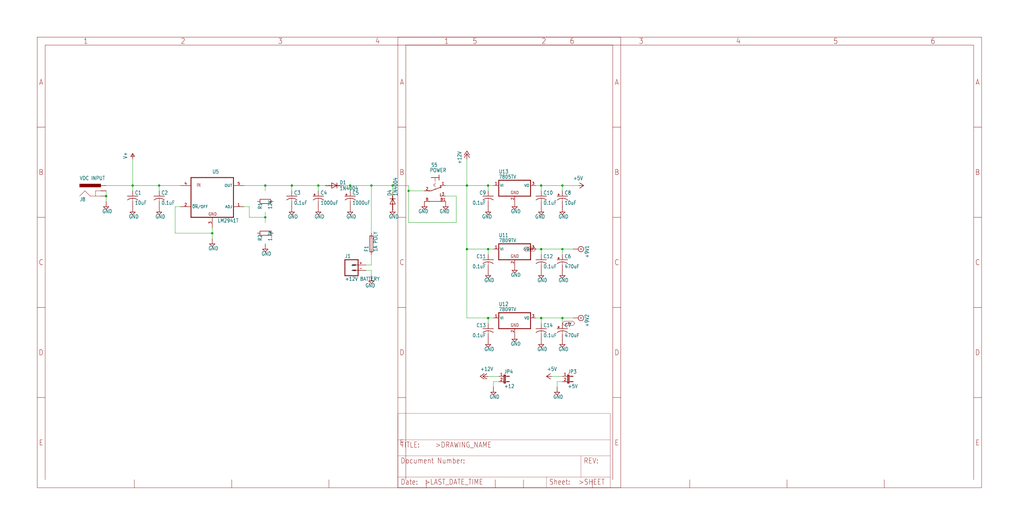
<source format=kicad_sch>
(kicad_sch (version 20211123) (generator eeschema)
  (paper "User" 490.22 254.406)
  (lib_symbols
    (symbol "Device:R" (pin_numbers hide) (pin_names (offset 0))
      (property "Reference" "R" (at 2.032 0 90))
      (property "Value" "R" (at 0 0 90))
      (symbol "R_0_1"
        (rectangle (start -1.016 -2.54) (end 1.016 2.54) (stroke (width 0.254)))
      )
      (symbol "R_1_1"
        (pin passive line (at 0 3.81 270) (length 1.27) (name "~") (number "1"))
        (pin passive line (at 0 -3.81 90) (length 1.27) (name "~") (number "2"))
      )
    )
    (symbol "mk312-eagle-import:+12V" (power)
      (property "Value" "+12V" (at -2.54 -5.08 90))
      (symbol "+12V_1_0"
        (polyline (pts (xy 0 0) (xy -1.27 -1.905)) (stroke (width 0.254)))
        (polyline (pts (xy 0 1.27) (xy -1.27 -0.635)) (stroke (width 0.254)))
        (polyline (pts (xy 1.27 -1.905) (xy 0 0)) (stroke (width 0.254)))
        (polyline (pts (xy 1.27 -0.635) (xy 0 1.27)) (stroke (width 0.254)))
        (pin power_in line (at 0 -2.54 90) (length 2.54) (name "+12V") (number "1"))
      )
    )
    (symbol "mk312-eagle-import:+5V" (power)
      (property "Value" "+5V" (at -2.54 -5.08 90))
      (symbol "+5V_1_0"
        (polyline (pts (xy 0 0) (xy -1.27 -1.905)) (stroke (width 0.254)))
        (polyline (pts (xy 1.27 -1.905) (xy 0 0)) (stroke (width 0.254)))
        (pin power_in line (at 0 -2.54 90) (length 2.54) (name "+5V") (number "1"))
      )
    )
    (symbol "mk312-eagle-import:+8V" (power)
      (property "Value" "+8V" (at -1.905 3.175 0))
      (symbol "+8V_1_0"
        (polyline (pts (xy -0.635 1.27) (xy 0.635 1.27)) (stroke (width 0.1524)))
        (polyline (pts (xy 0 0.635) (xy 0 1.905)) (stroke (width 0.1524)))
        (circle (center 0 1.27) (radius 1.27) (stroke (width 0.254)))
        (pin power_in line (at 0 -2.54 90) (length 2.54) (name "+8V") (number "1"))
      )
    )
    (symbol "mk312-eagle-import:+9V" (power)
      (property "Value" "+9V" (at -1.905 3.175 0))
      (symbol "+9V_1_0"
        (polyline (pts (xy -0.635 1.27) (xy 0.635 1.27)) (stroke (width 0.1524)))
        (polyline (pts (xy 0 0.635) (xy 0 1.905)) (stroke (width 0.1524)))
        (circle (center 0 1.27) (radius 1.27) (stroke (width 0.254)))
        (pin power_in line (at 0 -2.54 90) (length 2.54) (name "+9V") (number "1"))
      )
    )
    (symbol "mk312-eagle-import:1N4004"
      (property "Reference" "D" (at 2.54 0.4826 0))
      (property "Value" "1N4004" (at 2.54 -2.3114 0))
      (symbol "1N4004_1_0"
        (polyline (pts (xy -1.27 -1.27) (xy 1.27 0)) (stroke (width 0.254)))
        (polyline (pts (xy -1.27 1.27) (xy -1.27 -1.27)) (stroke (width 0.254)))
        (polyline (pts (xy 1.27 0) (xy -1.27 1.27)) (stroke (width 0.254)))
        (polyline (pts (xy 1.27 0) (xy 1.27 -1.27)) (stroke (width 0.254)))
        (polyline (pts (xy 1.27 1.27) (xy 1.27 0)) (stroke (width 0.254)))
        (text "SpiceOrder 1" (at -2.54 0 0) (effects (font (size 0.4064 0.3454))))
        (text "SpiceOrder 2" (at 2.54 0 0) (effects (font (size 0.4064 0.3454))))
        (pin passive line (at -2.54 0 0) (length 2.54) (name "A") (number "A"))
        (pin passive line (at 2.54 0 180) (length 2.54) (name "C") (number "C"))
      )
    )
    (symbol "mk312-eagle-import:78TV"
      (property "Reference" "IC" (at -7.62 5.715 0))
      (property "Value" "78TV" (at -7.62 3.175 0))
      (symbol "78TV_1_0"
        (polyline (pts (xy -7.62 -5.08) (xy 7.62 -5.08)) (stroke (width 0.4064)))
        (polyline (pts (xy -7.62 2.54) (xy -7.62 -5.08)) (stroke (width 0.4064)))
        (polyline (pts (xy 7.62 -5.08) (xy 7.62 2.54)) (stroke (width 0.4064)))
        (polyline (pts (xy 7.62 2.54) (xy -7.62 2.54)) (stroke (width 0.4064)))
        (text "GND" (at -2.032 -4.318 0) (effects (font (size 1.524 1.2954)) (justify left bottom)))
        (pin input line (at -10.16 0 0) (length 2.54) (name "VI") (number "1"))
        (pin passive line (at 0 -7.62 90) (length 2.54) (name "GND") (number "2"))
        (pin passive line (at 10.16 0 180) (length 2.54) (name "VO") (number "3"))
      )
    )
    (symbol "mk312-eagle-import:BATTERY_CONNDEANS"
      (property "Reference" "J" (at -2.54 3.302 0))
      (property "Value" "BATTERY_CONNDEANS" (at -2.54 -7.62 0))
      (symbol "BATTERY_CONNDEANS_1_0"
        (polyline (pts (xy -2.54 2.54) (xy -2.54 -5.08)) (stroke (width 0.4064)))
        (polyline (pts (xy -2.54 2.54) (xy 3.81 2.54)) (stroke (width 0.4064)))
        (polyline (pts (xy 1.27 -2.54) (xy 2.54 -2.54)) (stroke (width 0.6096)))
        (polyline (pts (xy 1.27 0) (xy 2.54 0)) (stroke (width 0.6096)))
        (polyline (pts (xy 3.81 -5.08) (xy -2.54 -5.08)) (stroke (width 0.4064)))
        (polyline (pts (xy 3.81 -5.08) (xy 3.81 2.54)) (stroke (width 0.4064)))
        (pin passive line (at 7.62 0 180) (length 5.08) (name "+") (number "+"))
        (pin passive line (at 7.62 -2.54 180) (length 5.08) (name "-") (number "-"))
      )
    )
    (symbol "mk312-eagle-import:C-US025-024X044"
      (property "Reference" "C" (at 1.016 0.635 0))
      (property "Value" "C-US025-024X044" (at 1.016 -4.191 0))
      (symbol "C-US025-024X044_1_0"
        (arc (start 0 -1.0161) (mid -1.302 -1.2303) (end -2.4668 -1.8504) (stroke (width 0.254)))
        (polyline (pts (xy -2.54 0) (xy 2.54 0)) (stroke (width 0.254)))
        (polyline (pts (xy 0 -1.016) (xy 0 -2.54)) (stroke (width 0.1524)))
        (arc (start 2.4892 -1.8542) (mid 1.3158 -1.2195) (end 0 -1) (stroke (width 0.254)))
        (pin passive line (at 0 2.54 270) (length 2.54) (name "1") (number "1"))
        (pin passive line (at 0 -5.08 90) (length 2.54) (name "2") (number "2"))
      )
    )
    (symbol "mk312-eagle-import:C-US050-024X044"
      (property "Reference" "C" (at 1.016 0.635 0))
      (property "Value" "C-US050-024X044" (at 1.016 -4.191 0))
      (symbol "C-US050-024X044_1_0"
        (arc (start 0 -1.0161) (mid -1.302 -1.2303) (end -2.4668 -1.8504) (stroke (width 0.254)))
        (polyline (pts (xy -2.54 0) (xy 2.54 0)) (stroke (width 0.254)))
        (polyline (pts (xy 0 -1.016) (xy 0 -2.54)) (stroke (width 0.1524)))
        (arc (start 2.4892 -1.8542) (mid 1.3158 -1.2195) (end 0 -1) (stroke (width 0.254)))
        (pin passive line (at 0 2.54 270) (length 2.54) (name "1") (number "1"))
        (pin passive line (at 0 -5.08 90) (length 2.54) (name "2") (number "2"))
      )
    )
    (symbol "mk312-eagle-import:CPOL-USE2.5-7"
      (property "Reference" "C" (at 1.016 0.635 0))
      (property "Value" "CPOL-USE2.5-7" (at 1.016 -4.191 0))
      (symbol "CPOL-USE2.5-7_1_0"
        (rectangle (start -2.253 0.668) (end -1.364 0.795) (fill (type outline)))
        (rectangle (start -1.872 0.287) (end -1.745 1.176) (fill (type outline)))
        (arc (start 0 -1.0161) (mid -1.3021 -1.2302) (end -2.4669 -1.8504) (stroke (width 0.254)))
        (polyline (pts (xy -2.54 0) (xy 2.54 0)) (stroke (width 0.254)))
        (polyline (pts (xy 0 -1.016) (xy 0 -2.54)) (stroke (width 0.1524)))
        (arc (start 2.4892 -1.8542) (mid 1.3158 -1.2195) (end 0 -1) (stroke (width 0.254)))
        (pin passive line (at 0 2.54 270) (length 2.54) (name "+") (number "+"))
        (pin passive line (at 0 -5.08 90) (length 2.54) (name "-") (number "-"))
      )
    )
    (symbol "mk312-eagle-import:CPOL-USE3.5-8"
      (property "Reference" "C" (at 1.016 0.635 0))
      (property "Value" "CPOL-USE3.5-8" (at 1.016 -4.191 0))
      (symbol "CPOL-USE3.5-8_1_0"
        (rectangle (start -2.253 0.668) (end -1.364 0.795) (fill (type outline)))
        (rectangle (start -1.872 0.287) (end -1.745 1.176) (fill (type outline)))
        (arc (start 0 -1.0161) (mid -1.3021 -1.2302) (end -2.4669 -1.8504) (stroke (width 0.254)))
        (polyline (pts (xy -2.54 0) (xy 2.54 0)) (stroke (width 0.254)))
        (polyline (pts (xy 0 -1.016) (xy 0 -2.54)) (stroke (width 0.1524)))
        (arc (start 2.4892 -1.8542) (mid 1.3158 -1.2195) (end 0 -1) (stroke (width 0.254)))
        (pin passive line (at 0 2.54 270) (length 2.54) (name "+") (number "+"))
        (pin passive line (at 0 -5.08 90) (length 2.54) (name "-") (number "-"))
      )
    )
    (symbol "mk312-eagle-import:CPOL-USE5-10.5"
      (property "Reference" "C" (at 1.016 0.635 0))
      (property "Value" "CPOL-USE5-10.5" (at 1.016 -4.191 0))
      (symbol "CPOL-USE5-10.5_1_0"
        (rectangle (start -2.253 0.668) (end -1.364 0.795) (fill (type outline)))
        (rectangle (start -1.872 0.287) (end -1.745 1.176) (fill (type outline)))
        (arc (start 0 -1.0161) (mid -1.3021 -1.2302) (end -2.4669 -1.8504) (stroke (width 0.254)))
        (polyline (pts (xy -2.54 0) (xy 2.54 0)) (stroke (width 0.254)))
        (polyline (pts (xy 0 -1.016) (xy 0 -2.54)) (stroke (width 0.1524)))
        (arc (start 2.4892 -1.8542) (mid 1.3158 -1.2195) (end 0 -1) (stroke (width 0.254)))
        (pin passive line (at 0 2.54 270) (length 2.54) (name "+") (number "+"))
        (pin passive line (at 0 -5.08 90) (length 2.54) (name "-") (number "-"))
      )
    )
    (symbol "mk312-eagle-import:FRAME_A_L"
      (symbol "FRAME_A_L_0_0"
        (polyline (pts (xy 0 43.18) (xy 3.81 43.18)))
        (polyline (pts (xy 0 86.36) (xy 3.81 86.36)))
        (polyline (pts (xy 0 129.54) (xy 3.81 129.54)))
        (polyline (pts (xy 0 172.72) (xy 3.81 172.72)))
        (polyline (pts (xy 3.81 3.81) (xy 3.81 212.09)))
        (polyline (pts (xy 46.5667 0) (xy 46.5667 3.81)))
        (polyline (pts (xy 93.1333 0) (xy 93.1333 3.81)))
        (polyline (pts (xy 139.7 0) (xy 139.7 3.81)))
        (polyline (pts (xy 186.2667 0) (xy 186.2667 3.81)))
        (polyline (pts (xy 232.8333 0) (xy 232.8333 3.81)))
        (polyline (pts (xy 275.59 3.81) (xy 275.59 212.09)))
        (polyline (pts (xy 275.59 43.18) (xy 279.4 43.18)))
        (polyline (pts (xy 275.59 86.36) (xy 279.4 86.36)))
        (polyline (pts (xy 275.59 129.54) (xy 279.4 129.54)))
        (polyline (pts (xy 275.59 172.72) (xy 279.4 172.72)))
        (polyline (pts (xy 275.59 212.09) (xy 3.81 212.09)))
        (polyline (pts (xy 0 0) (xy 279.4 0) (xy 279.4 215.9) (xy 0 215.9) (xy 0 0)))
        (text "1" (at 23.2833 213.995 0) (effects (font (size 2.54 2.286))))
        (text "2" (at 69.85 213.995 0) (effects (font (size 2.54 2.286))))
        (text "3" (at 116.4167 213.995 0) (effects (font (size 2.54 2.286))))
        (text "4" (at 162.9833 213.995 0) (effects (font (size 2.54 2.286))))
        (text "5" (at 209.55 213.995 0) (effects (font (size 2.54 2.286))))
        (text "6" (at 256.1167 213.995 0) (effects (font (size 2.54 2.286))))
        (text "A" (at 1.905 194.31 0) (effects (font (size 2.54 2.286))))
        (text "A" (at 277.495 194.31 0) (effects (font (size 2.54 2.286))))
        (text "B" (at 1.905 151.13 0) (effects (font (size 2.54 2.286))))
        (text "B" (at 277.495 151.13 0) (effects (font (size 2.54 2.286))))
        (text "C" (at 1.905 107.95 0) (effects (font (size 2.54 2.286))))
        (text "C" (at 277.495 107.95 0) (effects (font (size 2.54 2.286))))
        (text "D" (at 1.905 64.77 0) (effects (font (size 2.54 2.286))))
        (text "D" (at 277.495 64.77 0) (effects (font (size 2.54 2.286))))
        (text "E" (at 1.905 21.59 0) (effects (font (size 2.54 2.286))))
        (text "E" (at 277.495 21.59 0) (effects (font (size 2.54 2.286))))
      )
      (symbol "FRAME_A_L_2_0"
        (polyline (pts (xy 0 0) (xy 0 5.08)) (stroke (width 0.1016)))
        (polyline (pts (xy 0 0) (xy 71.12 0)) (stroke (width 0.1016)))
        (polyline (pts (xy 0 5.08) (xy 0 15.24)) (stroke (width 0.1016)))
        (polyline (pts (xy 0 5.08) (xy 71.12 5.08)) (stroke (width 0.1016)))
        (polyline (pts (xy 0 15.24) (xy 0 22.86)) (stroke (width 0.1016)))
        (polyline (pts (xy 0 22.86) (xy 0 35.56)) (stroke (width 0.1016)))
        (polyline (pts (xy 0 22.86) (xy 101.6 22.86)) (stroke (width 0.1016)))
        (polyline (pts (xy 71.12 0) (xy 101.6 0)) (stroke (width 0.1016)))
        (polyline (pts (xy 71.12 5.08) (xy 71.12 0)) (stroke (width 0.1016)))
        (polyline (pts (xy 71.12 5.08) (xy 87.63 5.08)) (stroke (width 0.1016)))
        (polyline (pts (xy 87.63 5.08) (xy 101.6 5.08)) (stroke (width 0.1016)))
        (polyline (pts (xy 87.63 15.24) (xy 0 15.24)) (stroke (width 0.1016)))
        (polyline (pts (xy 87.63 15.24) (xy 87.63 5.08)) (stroke (width 0.1016)))
        (polyline (pts (xy 101.6 5.08) (xy 101.6 0)) (stroke (width 0.1016)))
        (polyline (pts (xy 101.6 15.24) (xy 87.63 15.24)) (stroke (width 0.1016)))
        (polyline (pts (xy 101.6 15.24) (xy 101.6 5.08)) (stroke (width 0.1016)))
        (polyline (pts (xy 101.6 22.86) (xy 101.6 15.24)) (stroke (width 0.1016)))
        (polyline (pts (xy 101.6 35.56) (xy 0 35.56)) (stroke (width 0.1016)))
        (polyline (pts (xy 101.6 35.56) (xy 101.6 22.86)) (stroke (width 0.1016)))
        (text ">DRAWING_NAME" (at 17.78 19.05 0) (effects (font (size 2.54 2.159)) (justify left bottom)))
        (text ">LAST_DATE_TIME" (at 12.7 1.27 0) (effects (font (size 2.54 2.159)) (justify left bottom)))
        (text ">SHEET" (at 86.36 1.27 0) (effects (font (size 2.54 2.159)) (justify left bottom)))
        (text "Date:" (at 1.27 1.27 0) (effects (font (size 2.54 2.159)) (justify left bottom)))
        (text "Document Number:" (at 1.27 11.43 0) (effects (font (size 2.54 2.159)) (justify left bottom)))
        (text "REV:" (at 88.9 11.43 0) (effects (font (size 2.54 2.159)) (justify left bottom)))
        (text "Sheet:" (at 72.39 1.27 0) (effects (font (size 2.54 2.159)) (justify left bottom)))
        (text "TITLE:" (at 1.27 19.05 0) (effects (font (size 2.54 2.159)) (justify left bottom)))
      )
    )
    (symbol "mk312-eagle-import:GND" (power)
      (property "Value" "GND" (at -1.905 -3.175 0))
      (symbol "GND_1_0"
        (polyline (pts (xy -1.27 0) (xy 1.27 0)) (stroke (width 0.254)))
        (polyline (pts (xy 0 -1.27) (xy -1.27 0)) (stroke (width 0.254)))
        (polyline (pts (xy 1.27 0) (xy 0 -1.27)) (stroke (width 0.254)))
        (pin power_in line (at 0 2.54 270) (length 2.54) (name "GND") (number "1"))
      )
    )
    (symbol "mk312-eagle-import:JP1E"
      (property "Reference" "JP" (at -1.27 0 90))
      (property "Value" "JP1E" (at 5.715 0 90))
      (symbol "JP1E_1_0"
        (polyline (pts (xy -0.635 0) (xy 3.175 0)) (stroke (width 0.4064)))
        (polyline (pts (xy -0.635 0.635) (xy -0.635 0)) (stroke (width 0.4064)))
        (polyline (pts (xy 0 0) (xy 0 1.27)) (stroke (width 0.1524)))
        (polyline (pts (xy 0 2.54) (xy 0 1.27)) (stroke (width 0.4064)))
        (polyline (pts (xy 2.54 0) (xy 2.54 1.27)) (stroke (width 0.1524)))
        (polyline (pts (xy 2.54 2.54) (xy 2.54 1.27)) (stroke (width 0.4064)))
        (polyline (pts (xy 3.175 0) (xy 3.175 0.635)) (stroke (width 0.4064)))
        (polyline (pts (xy 3.175 0.635) (xy -0.635 0.635)) (stroke (width 0.4064)))
        (pin passive line (at 0 -2.54 90) (length 2.54) (name "1") (number "1"))
        (pin passive line (at 2.54 -2.54 90) (length 2.54) (name "2") (number "2"))
      )
    )
    (symbol "mk312-eagle-import:LITTLEFUSE"
      (property "Reference" "F" (at -3.81 1.397 0))
      (property "Value" "LITTLEFUSE" (at -3.81 -2.921 0))
      (symbol "LITTLEFUSE_1_0"
        (polyline (pts (xy -3.81 -0.762) (xy 3.81 -0.762)) (stroke (width 0.254)))
        (polyline (pts (xy -3.81 0.762) (xy -3.81 -0.762)) (stroke (width 0.254)))
        (polyline (pts (xy -2.54 0) (xy 2.54 0)) (stroke (width 0.1524)))
        (polyline (pts (xy 3.81 -0.762) (xy 3.81 0.762)) (stroke (width 0.254)))
        (polyline (pts (xy 3.81 0.762) (xy -3.81 0.762)) (stroke (width 0.254)))
        (pin passive line (at -5.08 0 0) (length 2.54) (name "1") (number "1"))
        (pin passive line (at 5.08 0 180) (length 2.54) (name "2") (number "2"))
      )
    )
    (symbol "mk312-eagle-import:LM2941T"
      (property "Reference" "U" (at 0 10.795 0))
      (property "Value" "LM2941T" (at 2.54 -12.7 0))
      (symbol "LM2941T_1_0"
        (polyline (pts (xy -10.16 -10.16) (xy -10.16 8.89)) (stroke (width 0.4064)))
        (polyline (pts (xy -10.16 8.89) (xy 10.16 8.89)) (stroke (width 0.4064)))
        (polyline (pts (xy 10.16 -10.16) (xy -10.16 -10.16)) (stroke (width 0.4064)))
        (polyline (pts (xy 10.16 8.89) (xy 10.16 -10.16)) (stroke (width 0.4064)))
        (text "GND" (at -1.905 -9.525 0) (effects (font (size 1.524 1.2954)) (justify left bottom)))
        (text "IN" (at -7.62 4.445 0) (effects (font (size 1.524 1.2954)) (justify left bottom)))
        (pin passive line (at 15.24 -5.08 180) (length 5.08) (name "ADJ") (number "1"))
        (pin input line (at -15.24 -5.08 0) (length 5.08) (name "~{ON}/OFF") (number "2"))
        (pin power_in line (at 0 -15.24 90) (length 5.08) (name "GND") (number "3"))
        (pin passive line (at -15.24 5.08 0) (length 5.08) (name "IN") (number "4"))
        (pin passive line (at 15.24 5.08 180) (length 5.08) (name "OUT") (number "5"))
      )
    )
    (symbol "mk312-eagle-import:LPV-1"
      (property "Reference" "S" (at -6.35 -1.905 90))
      (property "Value" "LPV-1" (at -3.81 2.54 90))
      (symbol "LPV-1_1_0"
        (polyline (pts (xy -5.08 1.905) (xy -3.81 1.905)) (stroke (width 0.254)))
        (polyline (pts (xy -3.81 0) (xy -3.81 -1.905)) (stroke (width 0.254)))
        (polyline (pts (xy -3.81 0) (xy -1.905 0)) (stroke (width 0.1524)))
        (polyline (pts (xy -3.81 1.905) (xy -3.81 0)) (stroke (width 0.254)))
        (polyline (pts (xy -3.81 1.905) (xy -2.54 1.905)) (stroke (width 0.254)))
        (polyline (pts (xy -1.27 0) (xy -0.762 0)) (stroke (width 0.1524)))
        (polyline (pts (xy -0.762 0) (xy -0.254 -0.762)) (stroke (width 0.1524)))
        (polyline (pts (xy -0.254 -0.762) (xy 0.254 0)) (stroke (width 0.1524)))
        (polyline (pts (xy 0 2.54) (xy 0 3.175)) (stroke (width 0.254)))
        (polyline (pts (xy 0 2.54) (xy 1.27 2.54)) (stroke (width 0.254)))
        (polyline (pts (xy 0.254 0) (xy 0.635 0)) (stroke (width 0.1524)))
        (polyline (pts (xy 1.27 0) (xy 1.905 0)) (stroke (width 0.1524)))
        (polyline (pts (xy 2.54 -3.175) (xy 2.54 -1.905)) (stroke (width 0.254)))
        (polyline (pts (xy 2.54 -1.905) (xy 0.635 3.175)) (stroke (width 0.254)))
        (polyline (pts (xy 3.81 2.54) (xy 5.08 2.54)) (stroke (width 0.254)))
        (polyline (pts (xy 5.08 2.54) (xy 5.08 3.175)) (stroke (width 0.254)))
        (polyline (pts (xy 7.62 -3.175) (xy 7.62 3.175)) (stroke (width 0.254)))
        (pin passive line (at 0 5.08 270) (length 2.54) (name "O") (number "1"))
        (pin passive line (at 2.54 -5.08 90) (length 2.54) (name "P") (number "2"))
        (pin passive line (at 5.08 5.08 270) (length 2.54) (name "S") (number "3"))
        (pin passive line (at 7.62 -5.08 90) (length 2.54) (name "B") (number "B"))
        (pin passive line (at 7.62 5.08 270) (length 2.54) (name "B1") (number "B1"))
      )
    )
    (symbol "mk312-eagle-import:POWER_JACKSLT"
      (property "Reference" "JP" (at -10.16 0 0))
      (property "Value" "POWER_JACKSLT" (at -10.16 10.16 0))
      (symbol "POWER_JACKSLT_1_0"
        (rectangle (start -10.16 6.858) (end 0 8.382) (fill (type outline)))
        (polyline (pts (xy -10.16 2.54) (xy -7.62 5.08)) (stroke (width 0.1524)))
        (polyline (pts (xy -7.62 5.08) (xy -5.08 2.54)) (stroke (width 0.1524)))
        (polyline (pts (xy -5.08 2.54) (xy -2.54 2.54)) (stroke (width 0.1524)))
        (polyline (pts (xy -2.54 2.54) (xy -2.54 5.08)) (stroke (width 0.1524)))
        (polyline (pts (xy -2.54 2.54) (xy 0 2.54)) (stroke (width 0.1524)))
        (polyline (pts (xy -2.54 5.08) (xy 0 5.08)) (stroke (width 0.1524)))
        (pin bidirectional line (at 2.54 5.08 180) (length 2.54) (name "GNDBREAK") (number "GND@1"))
        (pin bidirectional line (at 2.54 2.54 180) (length 2.54) (name "GND") (number "GND@2"))
        (pin bidirectional line (at 2.54 7.62 180) (length 2.54) (name "PWR") (number "PWR"))
      )
    )
    (symbol "mk312-eagle-import:V+" (power)
      (property "Value" "V+" (at -2.54 -2.54 90))
      (symbol "V+_1_0"
        (polyline (pts (xy -0.889 -1.27) (xy 0.889 -1.27)) (stroke (width 0.254)))
        (polyline (pts (xy 0 0.127) (xy -0.889 -1.27)) (stroke (width 0.254)))
        (polyline (pts (xy 0.889 -1.27) (xy 0 0.127)) (stroke (width 0.254)))
        (pin power_in line (at 0 -2.54 90) (length 2.54) (name "V+") (number "1"))
      )
    )
  )
  (junction (at 50.8 93.98))
  (junction (at 139.7 88.9))
  (junction (at 233.68 152.4))
  (junction (at 259.08 119.38))
  (junction (at 127 104.14))
  (junction (at 177.8 88.9))
  (junction (at 167.64 88.9))
  (junction (at 223.52 119.38))
  (junction (at 233.68 119.38))
  (junction (at 152.4 88.9))
  (junction (at 259.08 152.4))
  (junction (at 269.24 152.4))
  (junction (at 127 88.9))
  (junction (at 195.58 91.44))
  (junction (at 269.24 88.9))
  (junction (at 187.96 88.9))
  (junction (at 76.2 88.9))
  (junction (at 259.08 88.9))
  (junction (at 223.52 88.9))
  (junction (at 63.5 88.9))
  (junction (at 233.68 88.9))
  (junction (at 269.24 119.38))
  (junction (at 101.6 111.76))
  (wire (pts (xy 259.08 91.44) (xy 259.08 88.9)))
  (wire (pts (xy 127 88.9) (xy 139.7 88.9)))
  (wire (pts (xy 213.36 88.9) (xy 223.52 88.9)))
  (wire (pts (xy 259.08 121.92) (xy 259.08 119.38)))
  (wire (pts (xy 86.36 99.06) (xy 83.82 99.06)))
  (wire (pts (xy 101.6 114.3) (xy 101.6 111.76)))
  (wire (pts (xy 238.76 180.34) (xy 233.68 180.34)))
  (wire (pts (xy 259.08 154.94) (xy 259.08 152.4)))
  (wire (pts (xy 152.4 88.9) (xy 157.48 88.9)))
  (wire (pts (xy 233.68 91.44) (xy 233.68 88.9)))
  (wire (pts (xy 63.5 88.9) (xy 50.8 88.9)))
  (wire (pts (xy 269.24 91.44) (xy 269.24 88.9)))
  (wire (pts (xy 223.52 76.2) (xy 223.52 88.9)))
  (wire (pts (xy 177.8 132.08) (xy 177.8 129.54)))
  (wire (pts (xy 127 104.14) (xy 127 106.68)))
  (wire (pts (xy 139.7 88.9) (xy 152.4 88.9)))
  (wire (pts (xy 233.68 119.38) (xy 223.52 119.38)))
  (wire (pts (xy 127 88.9) (xy 127 91.44)))
  (wire (pts (xy 203.2 91.44) (xy 195.58 91.44)))
  (wire (pts (xy 269.24 88.9) (xy 276.86 88.9)))
  (wire (pts (xy 177.8 127) (xy 177.8 121.92)))
  (wire (pts (xy 175.26 129.54) (xy 177.8 129.54)))
  (wire (pts (xy 76.2 88.9) (xy 63.5 88.9)))
  (wire (pts (xy 269.24 119.38) (xy 274.32 119.38)))
  (wire (pts (xy 162.56 88.9) (xy 167.64 88.9)))
  (wire (pts (xy 218.44 93.98) (xy 218.44 106.68)))
  (wire (pts (xy 218.44 106.68) (xy 195.58 106.68)))
  (wire (pts (xy 63.5 91.44) (xy 63.5 88.9)))
  (wire (pts (xy 259.08 88.9) (xy 269.24 88.9)))
  (wire (pts (xy 177.8 111.76) (xy 177.8 88.9)))
  (wire (pts (xy 50.8 91.44) (xy 50.8 93.98)))
  (wire (pts (xy 256.54 152.4) (xy 259.08 152.4)))
  (wire (pts (xy 264.16 180.34) (xy 269.24 180.34)))
  (wire (pts (xy 233.68 152.4) (xy 236.22 152.4)))
  (wire (pts (xy 86.36 88.9) (xy 76.2 88.9)))
  (wire (pts (xy 167.64 88.9) (xy 177.8 88.9)))
  (wire (pts (xy 139.7 91.44) (xy 139.7 88.9)))
  (wire (pts (xy 274.32 152.4) (xy 269.24 152.4)))
  (wire (pts (xy 223.52 119.38) (xy 223.52 152.4)))
  (wire (pts (xy 269.24 121.92) (xy 269.24 119.38)))
  (wire (pts (xy 266.7 185.42) (xy 266.7 182.88)))
  (wire (pts (xy 127 101.6) (xy 127 104.14)))
  (wire (pts (xy 236.22 119.38) (xy 233.68 119.38)))
  (wire (pts (xy 175.26 127) (xy 177.8 127)))
  (wire (pts (xy 83.82 99.06) (xy 83.82 111.76)))
  (wire (pts (xy 187.96 88.9) (xy 177.8 88.9)))
  (wire (pts (xy 256.54 119.38) (xy 259.08 119.38)))
  (wire (pts (xy 76.2 91.44) (xy 76.2 88.9)))
  (wire (pts (xy 223.52 152.4) (xy 233.68 152.4)))
  (wire (pts (xy 269.24 154.94) (xy 269.24 152.4)))
  (wire (pts (xy 236.22 88.9) (xy 233.68 88.9)))
  (wire (pts (xy 50.8 93.98) (xy 50.8 96.52)))
  (wire (pts (xy 167.64 91.44) (xy 167.64 88.9)))
  (wire (pts (xy 195.58 106.68) (xy 195.58 91.44)))
  (wire (pts (xy 195.58 91.44) (xy 195.58 88.9)))
  (wire (pts (xy 213.36 93.98) (xy 218.44 93.98)))
  (wire (pts (xy 233.68 88.9) (xy 223.52 88.9)))
  (wire (pts (xy 259.08 119.38) (xy 269.24 119.38)))
  (wire (pts (xy 233.68 154.94) (xy 233.68 152.4)))
  (wire (pts (xy 119.38 99.06) (xy 119.38 104.14)))
  (wire (pts (xy 256.54 88.9) (xy 259.08 88.9)))
  (wire (pts (xy 233.68 121.92) (xy 233.68 119.38)))
  (wire (pts (xy 269.24 152.4) (xy 259.08 152.4)))
  (wire (pts (xy 266.7 182.88) (xy 269.24 182.88)))
  (wire (pts (xy 83.82 111.76) (xy 101.6 111.76)))
  (wire (pts (xy 187.96 93.98) (xy 187.96 88.9)))
  (wire (pts (xy 119.38 104.14) (xy 127 104.14)))
  (wire (pts (xy 195.58 88.9) (xy 187.96 88.9)))
  (wire (pts (xy 63.5 76.2) (xy 63.5 88.9)))
  (wire (pts (xy 101.6 111.76) (xy 101.6 109.22)))
  (wire (pts (xy 116.84 99.06) (xy 119.38 99.06)))
  (wire (pts (xy 238.76 182.88) (xy 236.22 182.88)))
  (wire (pts (xy 152.4 88.9) (xy 152.4 91.44)))
  (wire (pts (xy 223.52 88.9) (xy 223.52 119.38)))
  (wire (pts (xy 116.84 88.9) (xy 127 88.9)))
  (wire (pts (xy 236.22 182.88) (xy 236.22 185.42)))
  (global_label "+9V" (shape bidirectional) (at 269.24 154.94 0) (effects (font (size 1.016 1.016))) (property "Intersheet References" "${INTERSHEET_REFS}" (effects hide)))
  (global_label "+8V" (shape bidirectional) (at 256.54 119.38 180) (effects (font (size 1.016 1.016))) (property "Intersheet References" "${INTERSHEET_REFS}" (effects hide)))
  (symbol (lib_id "mk312-eagle-import:GND") (at 101.6 116.84 0) (unit 1)
    (property "Reference" "#GND047" (effects hide))
    (property "Value" "GND" (at 99.695 120.015 0) (effects (font (size 1.778 1.5113)) (justify left bottom)))
    (property "Footprint" "mk312:" (effects hide))
  )
  (symbol (lib_id "mk312-eagle-import:GND") (at 63.5 101.6 0) (unit 1)
    (property "Reference" "#GND041" (effects hide))
    (property "Value" "GND" (at 61.595 104.775 0) (effects (font (size 1.778 1.5113)) (justify left bottom)))
    (property "Footprint" "mk312:" (effects hide))
  )
  (symbol (lib_id "mk312-eagle-import:GND") (at 127 119.38 0) (unit 1)
    (property "Reference" "#GND020" (effects hide))
    (property "Value" "GND" (at 125.095 122.555 0) (effects (font (size 1.778 1.5113)) (justify left bottom)))
    (property "Footprint" "mk312:" (effects hide))
  )
  (symbol (lib_id "mk312-eagle-import:V+") (at 63.5 73.66 0) (unit 1)
    (property "Reference" "#P+015" (effects hide))
    (property "Value" "V+" (at 60.96 76.2 90) (effects (font (size 1.778 1.5113)) (justify left bottom)))
    (property "Footprint" "mk312:" (effects hide))
  )
  (symbol (lib_id "mk312-eagle-import:BATTERY_CONNDEANS") (at 167.64 127 0) (unit 1)
    (property "Reference" "J1" (at 165.1 123.698 0) (effects (font (size 1.778 1.5113)) (justify left bottom)))
    (property "Value" "+12V BATTERY" (at 165.1 134.62 0) (effects (font (size 1.778 1.5113)) (justify left bottom)))
    (property "Footprint" "mk312:DEANS" (effects hide))
  )
  (symbol (lib_id "mk312-eagle-import:GND") (at 266.7 187.96 0) (unit 1)
    (property "Reference" "#GND095" (effects hide))
    (property "Value" "GND" (at 264.795 191.135 0) (effects (font (size 1.778 1.5113)) (justify left bottom)))
    (property "Footprint" "mk312:" (effects hide))
  )
  (symbol (lib_id "mk312-eagle-import:1N4004") (at 160.02 88.9 0) (unit 1)
    (property "Reference" "D1" (at 162.56 88.4174 0) (effects (font (size 1.778 1.5113)) (justify left bottom)))
    (property "Value" "1N4004" (at 162.56 91.2114 0) (effects (font (size 1.778 1.5113)) (justify left bottom)))
    (property "Footprint" "mk312:DO41-10" (effects hide))
  )
  (symbol (lib_id "mk312-eagle-import:CPOL-USE3.5-8") (at 269.24 157.48 0) (unit 1)
    (property "Reference" "C7" (at 270.256 156.845 0) (effects (font (size 1.778 1.5113)) (justify left bottom)))
    (property "Value" "470uF" (at 270.256 161.671 0) (effects (font (size 1.778 1.5113)) (justify left bottom)))
    (property "Footprint" "mk312:E3,5-8" (effects hide))
  )
  (symbol (lib_id "mk312-eagle-import:GND") (at 259.08 101.6 0) (mirror y) (unit 1)
    (property "Reference" "#GND054" (effects hide))
    (property "Value" "GND" (at 260.985 104.775 0) (effects (font (size 1.778 1.5113)) (justify left bottom)))
    (property "Footprint" "mk312:" (effects hide))
  )
  (symbol (lib_id "mk312-eagle-import:GND") (at 236.22 187.96 0) (unit 1)
    (property "Reference" "#GND096" (effects hide))
    (property "Value" "GND" (at 234.315 191.135 0) (effects (font (size 1.778 1.5113)) (justify left bottom)))
    (property "Footprint" "mk312:" (effects hide))
  )
  (symbol (lib_id "mk312-eagle-import:GND") (at 259.08 165.1 0) (unit 1)
    (property "Reference" "#GND058" (effects hide))
    (property "Value" "GND" (at 257.175 168.275 0) (effects (font (size 1.778 1.5113)) (justify left bottom)))
    (property "Footprint" "mk312:" (effects hide))
  )
  (symbol (lib_id "mk312-eagle-import:LPV-1") (at 208.28 88.9 270) (unit 1)
    (property "Reference" "S5" (at 206.375 80.01 90) (effects (font (size 1.778 1.5113)) (justify left bottom)))
    (property "Value" "POWER" (at 205.74 82.55 90) (effects (font (size 1.778 1.5113)) (justify left bottom)))
    (property "Footprint" "mk312:LPV-1" (effects hide))
  )
  (symbol (lib_id "mk312-eagle-import:CPOL-USE5-10.5") (at 152.4 93.98 0) (unit 1)
    (property "Reference" "C4" (at 153.416 93.345 0) (effects (font (size 1.778 1.5113)) (justify left bottom)))
    (property "Value" "1000uF" (at 153.416 98.171 0) (effects (font (size 1.778 1.5113)) (justify left bottom)))
    (property "Footprint" "mk312:E5-10,5" (effects hide))
  )
  (symbol (lib_id "mk312-eagle-import:GND") (at 203.2 99.06 0) (mirror y) (unit 1)
    (property "Reference" "#GND060" (effects hide))
    (property "Value" "GND" (at 205.105 102.235 0) (effects (font (size 1.778 1.5113)) (justify left bottom)))
    (property "Footprint" "mk312:" (effects hide))
  )
  (symbol (lib_id "mk312-eagle-import:GND") (at 177.8 134.62 0) (mirror y) (unit 1)
    (property "Reference" "#GND023" (effects hide))
    (property "Value" "GND" (at 179.705 137.795 0) (effects (font (size 1.778 1.5113)) (justify left bottom)))
    (property "Footprint" "mk312:" (effects hide))
  )
  (symbol (lib_id "mk312-eagle-import:+12V") (at 223.52 73.66 0) (unit 1)
    (property "Reference" "#P+02" (effects hide))
    (property "Value" "+12V" (at 220.98 78.74 90) (effects (font (size 1.778 1.5113)) (justify left bottom)))
    (property "Footprint" "mk312:" (effects hide))
  )
  (symbol (lib_id "mk312-eagle-import:GND") (at 259.08 132.08 0) (unit 1)
    (property "Reference" "#GND055" (effects hide))
    (property "Value" "GND" (at 257.175 135.255 0) (effects (font (size 1.778 1.5113)) (justify left bottom)))
    (property "Footprint" "mk312:" (effects hide))
  )
  (symbol (lib_id "mk312-eagle-import:LITTLEFUSE") (at 177.8 116.84 90) (unit 1)
    (property "Reference" "F1" (at 176.403 120.65 0) (effects (font (size 1.778 1.5113)) (justify left bottom)))
    (property "Value" "1A POLY" (at 180.721 120.65 0) (effects (font (size 1.778 1.5113)) (justify left bottom)))
    (property "Footprint" "mk312:LITTLEFUSE" (effects hide))
  )
  (symbol (lib_id "mk312-eagle-import:GND") (at 213.36 99.06 0) (mirror y) (unit 1)
    (property "Reference" "#GND061" (effects hide))
    (property "Value" "GND" (at 215.265 102.235 0) (effects (font (size 1.778 1.5113)) (justify left bottom)))
    (property "Footprint" "mk312:" (effects hide))
  )
  (symbol (lib_id "mk312-eagle-import:C-US025-024X044") (at 76.2 93.98 0) (unit 1)
    (property "Reference" "C2" (at 77.216 93.345 0) (effects (font (size 1.778 1.5113)) (justify left bottom)))
    (property "Value" "0.1uF" (at 77.216 98.171 0) (effects (font (size 1.778 1.5113)) (justify left bottom)))
    (property "Footprint" "mk312:C025-024X044" (effects hide))
  )
  (symbol (lib_id "mk312-eagle-import:GND") (at 233.68 101.6 0) (mirror y) (unit 1)
    (property "Reference" "#GND053" (effects hide))
    (property "Value" "GND" (at 235.585 104.775 0) (effects (font (size 1.778 1.5113)) (justify left bottom)))
    (property "Footprint" "mk312:" (effects hide))
  )
  (symbol (lib_id "mk312-eagle-import:GND") (at 139.7 101.6 0) (unit 1)
    (property "Reference" "#GND051" (effects hide))
    (property "Value" "GND" (at 137.795 104.775 0) (effects (font (size 1.778 1.5113)) (justify left bottom)))
    (property "Footprint" "mk312:" (effects hide))
  )
  (symbol (lib_id "mk312-eagle-import:POWER_JACKSLT") (at 48.26 96.52 0) (unit 1)
    (property "Reference" "J8" (at 38.1 96.52 0) (effects (font (size 1.778 1.5113)) (justify left bottom)))
    (property "Value" "VDC INPUT" (at 38.1 86.36 0) (effects (font (size 1.778 1.5113)) (justify left bottom)))
    (property "Footprint" "mk312:POWER_JACK_SLOT" (effects hide))
  )
  (symbol (lib_id "mk312-eagle-import:C-US025-024X044") (at 259.08 93.98 0) (unit 1)
    (property "Reference" "C10" (at 260.096 93.345 0) (effects (font (size 1.778 1.5113)) (justify left bottom)))
    (property "Value" "0.1uF" (at 260.096 98.171 0) (effects (font (size 1.778 1.5113)) (justify left bottom)))
    (property "Footprint" "mk312:C025-024X044" (effects hide))
  )
  (symbol (lib_id "mk312-eagle-import:+8V") (at 276.86 119.38 270) (unit 1)
    (property "Reference" "#SUPPLY03" (effects hide))
    (property "Value" "+9V1" (at 280.035 117.475 0) (effects (font (size 1.778 1.5113)) (justify left bottom)))
    (property "Footprint" "mk312:" (effects hide))
  )
  (symbol (lib_id "Device:R") (at 127 96.52 90) (unit 1)
    (property "Reference" "R1" (at 125.5014 100.33 0) (effects (font (size 1.778 1.5113)) (justify left bottom)))
    (property "Value" "12K" (at 130.302 100.33 0) (effects (font (size 1.778 1.5113)) (justify left bottom)))
    (property "Footprint" "mk312:0207_10" (effects hide))
  )
  (symbol (lib_id "mk312-eagle-import:CPOL-USE2.5-7") (at 269.24 93.98 0) (unit 1)
    (property "Reference" "C8" (at 270.256 93.345 0) (effects (font (size 1.778 1.5113)) (justify left bottom)))
    (property "Value" "10uF" (at 270.256 98.171 0) (effects (font (size 1.778 1.5113)) (justify left bottom)))
    (property "Footprint" "mk312:E2,5-7" (effects hide))
  )
  (symbol (lib_id "mk312-eagle-import:GND") (at 50.8 99.06 0) (unit 1)
    (property "Reference" "#GND040" (effects hide))
    (property "Value" "GND" (at 48.895 102.235 0) (effects (font (size 1.778 1.5113)) (justify left bottom)))
    (property "Footprint" "mk312:" (effects hide))
  )
  (symbol (lib_id "mk312-eagle-import:GND") (at 167.64 101.6 0) (unit 1)
    (property "Reference" "#GND019" (effects hide))
    (property "Value" "GND" (at 165.735 104.775 0) (effects (font (size 1.778 1.5113)) (justify left bottom)))
    (property "Footprint" "mk312:" (effects hide))
  )
  (symbol (lib_id "mk312-eagle-import:FRAME_A_L") (at 17.78 233.68 0) (unit 1)
    (property "Reference" "#FRAME3" (effects hide))
    (property "Value" "FRAME_A_L" (effects hide))
    (property "Footprint" "mk312:" (effects hide))
  )
  (symbol (lib_id "mk312-eagle-import:JP1E") (at 241.3 180.34 270) (unit 1)
    (property "Reference" "JP4" (at 241.3 179.07 90) (effects (font (size 1.778 1.5113)) (justify left bottom)))
    (property "Value" "+12" (at 241.3 186.055 90) (effects (font (size 1.778 1.5113)) (justify left bottom)))
    (property "Footprint" "mk312:JP1" (effects hide))
  )
  (symbol (lib_id "mk312-eagle-import:78TV") (at 246.38 88.9 0) (unit 1)
    (property "Reference" "U13" (at 238.76 83.185 0) (effects (font (size 1.778 1.5113)) (justify left bottom)))
    (property "Value" "7805TV" (at 238.76 85.725 0) (effects (font (size 1.778 1.5113)) (justify left bottom)))
    (property "Footprint" "mk312:TO220V" (effects hide))
  )
  (symbol (lib_id "mk312-eagle-import:C-US050-024X044") (at 63.5 93.98 0) (unit 1)
    (property "Reference" "C1" (at 64.516 93.345 0) (effects (font (size 1.778 1.5113)) (justify left bottom)))
    (property "Value" "10uF" (at 64.516 98.171 0) (effects (font (size 1.778 1.5113)) (justify left bottom)))
    (property "Footprint" "mk312:C050-024X044" (effects hide))
  )
  (symbol (lib_id "mk312-eagle-import:+12V") (at 231.14 180.34 90) (mirror x) (unit 1)
    (property "Reference" "#P+020" (effects hide))
    (property "Value" "+12V" (at 236.22 177.8 90) (effects (font (size 1.778 1.5113)) (justify left bottom)))
    (property "Footprint" "mk312:" (effects hide))
  )
  (symbol (lib_id "mk312-eagle-import:FRAME_A_L") (at 190.5 233.68 0) (unit 2)
    (property "Reference" "#FRAME3" (effects hide))
    (property "Value" "FRAME_A_L" (effects hide))
    (property "Footprint" "mk312:" (effects hide))
  )
  (symbol (lib_id "mk312-eagle-import:+5V") (at 279.4 88.9 270) (unit 1)
    (property "Reference" "#P+01" (effects hide))
    (property "Value" "+5V" (at 274.32 86.36 90) (effects (font (size 1.778 1.5113)) (justify left bottom)))
    (property "Footprint" "mk312:" (effects hide))
  )
  (symbol (lib_id "mk312-eagle-import:GND") (at 233.68 165.1 0) (unit 1)
    (property "Reference" "#GND057" (effects hide))
    (property "Value" "GND" (at 231.775 168.275 0) (effects (font (size 1.778 1.5113)) (justify left bottom)))
    (property "Footprint" "mk312:" (effects hide))
  )
  (symbol (lib_id "mk312-eagle-import:1N4004") (at 187.96 96.52 90) (unit 1)
    (property "Reference" "D4" (at 187.4774 93.98 0) (effects (font (size 1.778 1.5113)) (justify left bottom)))
    (property "Value" "1N4004" (at 190.2714 93.98 0) (effects (font (size 1.778 1.5113)) (justify left bottom)))
    (property "Footprint" "mk312:DO41-10" (effects hide))
  )
  (symbol (lib_id "mk312-eagle-import:78TV") (at 246.38 152.4 0) (unit 1)
    (property "Reference" "U12" (at 238.76 146.685 0) (effects (font (size 1.778 1.5113)) (justify left bottom)))
    (property "Value" "7809TV" (at 238.76 149.225 0) (effects (font (size 1.778 1.5113)) (justify left bottom)))
    (property "Footprint" "mk312:TO220V" (effects hide))
  )
  (symbol (lib_id "mk312-eagle-import:C-US025-024X044") (at 139.7 93.98 0) (unit 1)
    (property "Reference" "C3" (at 140.716 93.345 0) (effects (font (size 1.778 1.5113)) (justify left bottom)))
    (property "Value" "0.1uF" (at 140.716 98.171 0) (effects (font (size 1.778 1.5113)) (justify left bottom)))
    (property "Footprint" "mk312:C025-024X044" (effects hide))
  )
  (symbol (lib_id "mk312-eagle-import:78TV") (at 246.38 119.38 0) (unit 1)
    (property "Reference" "U11" (at 238.76 113.665 0) (effects (font (size 1.778 1.5113)) (justify left bottom)))
    (property "Value" "7809TV" (at 238.76 116.205 0) (effects (font (size 1.778 1.5113)) (justify left bottom)))
    (property "Footprint" "mk312:TO220V" (effects hide))
  )
  (symbol (lib_id "mk312-eagle-import:GND") (at 269.24 132.08 0) (unit 1)
    (property "Reference" "#GND07" (effects hide))
    (property "Value" "GND" (at 267.335 135.255 0) (effects (font (size 1.778 1.5113)) (justify left bottom)))
    (property "Footprint" "mk312:" (effects hide))
  )
  (symbol (lib_id "mk312-eagle-import:GND") (at 246.38 99.06 0) (unit 1)
    (property "Reference" "#GND08" (effects hide))
    (property "Value" "GND" (at 244.475 102.235 0) (effects (font (size 1.778 1.5113)) (justify left bottom)))
    (property "Footprint" "mk312:" (effects hide))
  )
  (symbol (lib_id "mk312-eagle-import:C-US025-024X044") (at 233.68 157.48 0) (mirror y) (unit 1)
    (property "Reference" "C13" (at 232.664 156.845 0) (effects (font (size 1.778 1.5113)) (justify left bottom)))
    (property "Value" "0.1uF" (at 232.664 161.671 0) (effects (font (size 1.778 1.5113)) (justify left bottom)))
    (property "Footprint" "mk312:C025-024X044" (effects hide))
  )
  (symbol (lib_id "mk312-eagle-import:C-US025-024X044") (at 259.08 157.48 0) (unit 1)
    (property "Reference" "C14" (at 260.096 156.845 0) (effects (font (size 1.778 1.5113)) (justify left bottom)))
    (property "Value" "0.1uF" (at 260.096 161.671 0) (effects (font (size 1.778 1.5113)) (justify left bottom)))
    (property "Footprint" "mk312:C025-024X044" (effects hide))
  )
  (symbol (lib_id "mk312-eagle-import:GND") (at 152.4 101.6 0) (unit 1)
    (property "Reference" "#GND022" (effects hide))
    (property "Value" "GND" (at 150.495 104.775 0) (effects (font (size 1.778 1.5113)) (justify left bottom)))
    (property "Footprint" "mk312:" (effects hide))
  )
  (symbol (lib_id "mk312-eagle-import:GND") (at 246.38 162.56 0) (unit 1)
    (property "Reference" "#GND045" (effects hide))
    (property "Value" "GND" (at 244.475 165.735 0) (effects (font (size 1.778 1.5113)) (justify left bottom)))
    (property "Footprint" "mk312:" (effects hide))
  )
  (symbol (lib_id "mk312-eagle-import:GND") (at 269.24 101.6 0) (unit 1)
    (property "Reference" "#GND093" (effects hide))
    (property "Value" "GND" (at 267.335 104.775 0) (effects (font (size 1.778 1.5113)) (justify left bottom)))
    (property "Footprint" "mk312:" (effects hide))
  )
  (symbol (lib_id "Device:R") (at 127 111.76 90) (unit 1)
    (property "Reference" "R2" (at 125.5014 115.57 0) (effects (font (size 1.778 1.5113)) (justify left bottom)))
    (property "Value" "1.2K" (at 130.302 115.57 0) (effects (font (size 1.778 1.5113)) (justify left bottom)))
    (property "Footprint" "mk312:0207_10" (effects hide))
  )
  (symbol (lib_id "mk312-eagle-import:+5V") (at 261.62 180.34 90) (mirror x) (unit 1)
    (property "Reference" "#P+017" (effects hide))
    (property "Value" "+5V" (at 266.7 177.8 90) (effects (font (size 1.778 1.5113)) (justify left bottom)))
    (property "Footprint" "mk312:" (effects hide))
  )
  (symbol (lib_id "mk312-eagle-import:+9V") (at 276.86 152.4 270) (unit 1)
    (property "Reference" "#SUPPLY04" (effects hide))
    (property "Value" "+9V2" (at 280.035 150.495 0) (effects (font (size 1.778 1.5113)) (justify left bottom)))
    (property "Footprint" "mk312:" (effects hide))
  )
  (symbol (lib_id "mk312-eagle-import:GND") (at 187.96 101.6 0) (unit 1)
    (property "Reference" "#GND050" (effects hide))
    (property "Value" "GND" (at 186.055 104.775 0) (effects (font (size 1.778 1.5113)) (justify left bottom)))
    (property "Footprint" "mk312:" (effects hide))
  )
  (symbol (lib_id "mk312-eagle-import:GND") (at 269.24 165.1 0) (unit 1)
    (property "Reference" "#GND017" (effects hide))
    (property "Value" "GND" (at 267.335 168.275 0) (effects (font (size 1.778 1.5113)) (justify left bottom)))
    (property "Footprint" "mk312:" (effects hide))
  )
  (symbol (lib_id "mk312-eagle-import:C-US025-024X044") (at 233.68 93.98 0) (mirror y) (unit 1)
    (property "Reference" "C9" (at 232.664 93.345 0) (effects (font (size 1.778 1.5113)) (justify left bottom)))
    (property "Value" "0.1uF" (at 232.664 98.171 0) (effects (font (size 1.778 1.5113)) (justify left bottom)))
    (property "Footprint" "mk312:C025-024X044" (effects hide))
  )
  (symbol (lib_id "mk312-eagle-import:LM2941T") (at 101.6 93.98 0) (unit 1)
    (property "Reference" "U5" (at 101.6 83.185 0) (effects (font (size 1.778 1.5113)) (justify left bottom)))
    (property "Value" "LM2941T" (at 104.14 106.68 0) (effects (font (size 1.778 1.5113)) (justify left bottom)))
    (property "Footprint" "mk312:TO220-5" (effects hide))
  )
  (symbol (lib_id "mk312-eagle-import:GND") (at 233.68 132.08 0) (unit 1)
    (property "Reference" "#GND056" (effects hide))
    (property "Value" "GND" (at 231.775 135.255 0) (effects (font (size 1.778 1.5113)) (justify left bottom)))
    (property "Footprint" "mk312:" (effects hide))
  )
  (symbol (lib_id "mk312-eagle-import:GND") (at 76.2 101.6 0) (unit 1)
    (property "Reference" "#GND052" (effects hide))
    (property "Value" "GND" (at 74.295 104.775 0) (effects (font (size 1.778 1.5113)) (justify left bottom)))
    (property "Footprint" "mk312:" (effects hide))
  )
  (symbol (lib_id "mk312-eagle-import:C-US025-024X044") (at 233.68 124.46 0) (mirror y) (unit 1)
    (property "Reference" "C11" (at 232.664 123.825 0) (effects (font (size 1.778 1.5113)) (justify left bottom)))
    (property "Value" "0.1uF" (at 232.664 128.651 0) (effects (font (size 1.778 1.5113)) (justify left bottom)))
    (property "Footprint" "mk312:C025-024X044" (effects hide))
  )
  (symbol (lib_id "mk312-eagle-import:CPOL-USE5-10.5") (at 167.64 93.98 0) (unit 1)
    (property "Reference" "C5" (at 168.656 93.345 0) (effects (font (size 1.778 1.5113)) (justify left bottom)))
    (property "Value" "1000uF" (at 168.656 98.171 0) (effects (font (size 1.778 1.5113)) (justify left bottom)))
    (property "Footprint" "mk312:E5-10,5" (effects hide))
  )
  (symbol (lib_id "mk312-eagle-import:C-US025-024X044") (at 259.08 124.46 0) (unit 1)
    (property "Reference" "C12" (at 260.096 123.825 0) (effects (font (size 1.778 1.5113)) (justify left bottom)))
    (property "Value" "0.1uF" (at 260.096 128.651 0) (effects (font (size 1.778 1.5113)) (justify left bottom)))
    (property "Footprint" "mk312:C025-024X044" (effects hide))
  )
  (symbol (lib_id "mk312-eagle-import:CPOL-USE3.5-8") (at 269.24 124.46 0) (unit 1)
    (property "Reference" "C6" (at 270.256 123.825 0) (effects (font (size 1.778 1.5113)) (justify left bottom)))
    (property "Value" "470uF" (at 270.256 128.651 0) (effects (font (size 1.778 1.5113)) (justify left bottom)))
    (property "Footprint" "mk312:E3,5-8" (effects hide))
  )
  (symbol (lib_id "mk312-eagle-import:GND") (at 246.38 129.54 0) (unit 1)
    (property "Reference" "#GND044" (effects hide))
    (property "Value" "GND" (at 244.475 132.715 0) (effects (font (size 1.778 1.5113)) (justify left bottom)))
    (property "Footprint" "mk312:" (effects hide))
  )
  (symbol (lib_id "mk312-eagle-import:JP1E") (at 271.78 180.34 270) (unit 1)
    (property "Reference" "JP3" (at 271.78 179.07 90) (effects (font (size 1.778 1.5113)) (justify left bottom)))
    (property "Value" "+5V" (at 271.78 186.055 90) (effects (font (size 1.778 1.5113)) (justify left bottom)))
    (property "Footprint" "mk312:JP1" (effects hide))
  )
)
</source>
